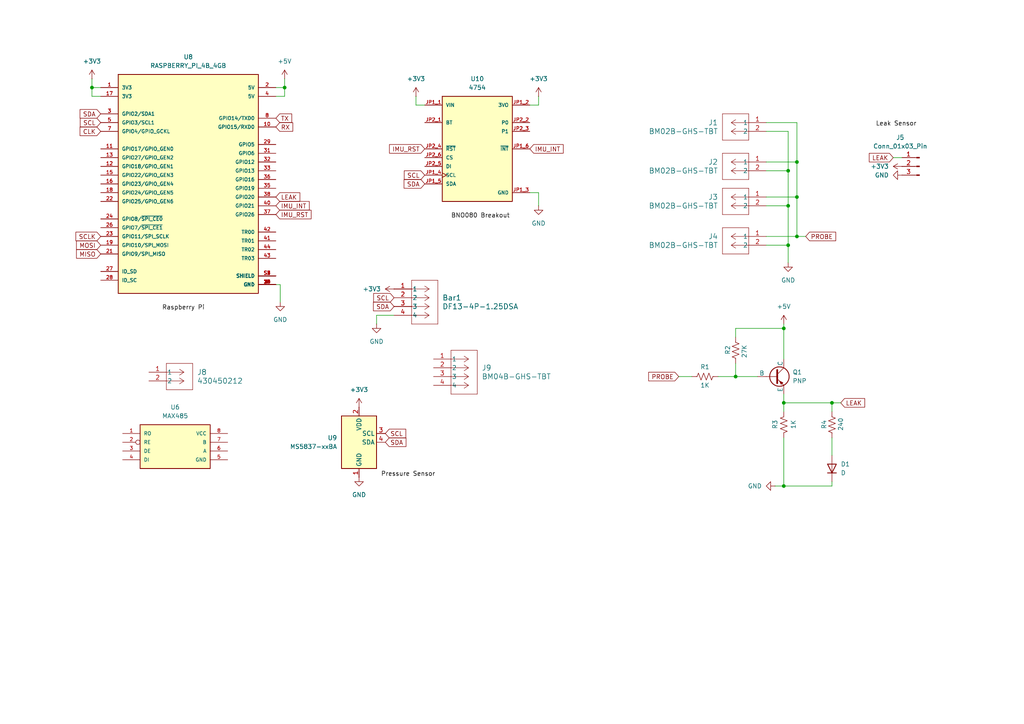
<source format=kicad_sch>
(kicad_sch (version 20231120) (generator "eeschema") (generator_version "8.0")
  (paper "A4")
  (lib_symbols
    (symbol "0430450212:430450212" (pin_names (offset 0.254))
      (property "Reference" "J" (at 8.89 6.35 0))
      (property "Value" "430450212" (at 0 0 0))
      (symbol "430450212_1_1"
        (polyline (pts (xy 5.08 -5.08) (xy 12.7 -5.08)) (stroke (width 0.127)))
        (polyline (pts (xy 5.08 2.54) (xy 5.08 -5.08)) (stroke (width 0.127)))
        (polyline (pts (xy 10.16 -2.54) (xy 5.08 -2.54)) (stroke (width 0.127)))
        (polyline (pts (xy 10.16 -2.54) (xy 8.89 -3.3867)) (stroke (width 0.127)))
        (polyline (pts (xy 10.16 -2.54) (xy 8.89 -1.6933)) (stroke (width 0.127)))
        (polyline (pts (xy 10.16 0) (xy 5.08 0)) (stroke (width 0.127)))
        (polyline (pts (xy 10.16 0) (xy 8.89 -0.8467)) (stroke (width 0.127)))
        (polyline (pts (xy 10.16 0) (xy 8.89 0.8467)) (stroke (width 0.127)))
        (polyline (pts (xy 12.7 -5.08) (xy 12.7 2.54)) (stroke (width 0.127)))
        (polyline (pts (xy 12.7 2.54) (xy 5.08 2.54)) (stroke (width 0.127)))
        (pin unspecified line (at 0 0 0) (length 5.08) (name "1") (number "1"))
        (pin unspecified line (at 0 -2.54 0) (length 5.08) (name "2") (number "2"))
      )
      (symbol "430450212_1_2"
        (polyline (pts (xy 5.08 -5.08) (xy 12.7 -5.08)) (stroke (width 0.127)))
        (polyline (pts (xy 5.08 2.54) (xy 5.08 -5.08)) (stroke (width 0.127)))
        (polyline (pts (xy 7.62 -2.54) (xy 5.08 -2.54)) (stroke (width 0.127)))
        (polyline (pts (xy 7.62 -2.54) (xy 8.89 -3.3867)) (stroke (width 0.127)))
        (polyline (pts (xy 7.62 -2.54) (xy 8.89 -1.6933)) (stroke (width 0.127)))
        (polyline (pts (xy 7.62 0) (xy 5.08 0)) (stroke (width 0.127)))
        (polyline (pts (xy 7.62 0) (xy 8.89 -0.8467)) (stroke (width 0.127)))
        (polyline (pts (xy 7.62 0) (xy 8.89 0.8467)) (stroke (width 0.127)))
        (polyline (pts (xy 12.7 -5.08) (xy 12.7 2.54)) (stroke (width 0.127)))
        (polyline (pts (xy 12.7 2.54) (xy 5.08 2.54)) (stroke (width 0.127)))
        (pin unspecified line (at 0 0 0) (length 5.08) (name "1") (number "1"))
        (pin unspecified line (at 0 -2.54 0) (length 5.08) (name "2") (number "2"))
      )
    )
    (symbol "4754:4754" (pin_names (offset 1.016))
      (property "Reference" "U" (at -10.16 16.002 0))
      (property "Value" "4754" (at -10.16 -17.78 0))
      (symbol "4754_0_0"
        (rectangle (start -10.16 -15.24) (end 10.16 15.24) (stroke (width 0.254)) (fill (type background)))
        (pin input line (at -15.24 12.7 0) (length 5.08) (name "VIN") (number "JP1_1"))
        (pin output line (at 15.24 12.7 180) (length 5.08) (name "3VO") (number "JP1_2"))
        (pin power_in line (at 15.24 -12.7 180) (length 5.08) (name "GND") (number "JP1_3"))
        (pin bidirectional clock (at -15.24 -7.62 0) (length 5.08) (name "SCL") (number "JP1_4"))
        (pin bidirectional line (at -15.24 -10.16 0) (length 5.08) (name "SDA") (number "JP1_5"))
        (pin output line (at 15.24 0 180) (length 5.08) (name "~{INT}") (number "JP1_6"))
        (pin input line (at -15.24 7.62 0) (length 5.08) (name "BT") (number "JP2_1"))
        (pin bidirectional line (at 15.24 7.62 180) (length 5.08) (name "P0") (number "JP2_2"))
        (pin bidirectional line (at 15.24 5.08 180) (length 5.08) (name "P1") (number "JP2_3"))
        (pin input line (at -15.24 0 0) (length 5.08) (name "~{RST}") (number "JP2_4"))
        (pin input line (at -15.24 -5.08 0) (length 5.08) (name "DI") (number "JP2_5"))
        (pin input line (at -15.24 -2.54 0) (length 5.08) (name "CS") (number "JP2_6"))
      )
    )
    (symbol "BM04B_GHS_TBT:BM04B-GHS-TBT" (pin_names (offset 0.254))
      (property "Reference" "J" (at 8.89 6.35 0))
      (property "Value" "BM04B-GHS-TBT" (at 0 0 0))
      (symbol "BM04B-GHS-TBT_1_1"
        (polyline (pts (xy 5.08 -10.16) (xy 12.7 -10.16)) (stroke (width 0.127)))
        (polyline (pts (xy 5.08 2.54) (xy 5.08 -10.16)) (stroke (width 0.127)))
        (polyline (pts (xy 10.16 -7.62) (xy 5.08 -7.62)) (stroke (width 0.127)))
        (polyline (pts (xy 10.16 -7.62) (xy 8.89 -8.4667)) (stroke (width 0.127)))
        (polyline (pts (xy 10.16 -7.62) (xy 8.89 -6.7733)) (stroke (width 0.127)))
        (polyline (pts (xy 10.16 -5.08) (xy 5.08 -5.08)) (stroke (width 0.127)))
        (polyline (pts (xy 10.16 -5.08) (xy 8.89 -5.9267)) (stroke (width 0.127)))
        (polyline (pts (xy 10.16 -5.08) (xy 8.89 -4.2333)) (stroke (width 0.127)))
        (polyline (pts (xy 10.16 -2.54) (xy 5.08 -2.54)) (stroke (width 0.127)))
        (polyline (pts (xy 10.16 -2.54) (xy 8.89 -3.3867)) (stroke (width 0.127)))
        (polyline (pts (xy 10.16 -2.54) (xy 8.89 -1.6933)) (stroke (width 0.127)))
        (polyline (pts (xy 10.16 0) (xy 5.08 0)) (stroke (width 0.127)))
        (polyline (pts (xy 10.16 0) (xy 8.89 -0.8467)) (stroke (width 0.127)))
        (polyline (pts (xy 10.16 0) (xy 8.89 0.8467)) (stroke (width 0.127)))
        (polyline (pts (xy 12.7 -10.16) (xy 12.7 2.54)) (stroke (width 0.127)))
        (polyline (pts (xy 12.7 2.54) (xy 5.08 2.54)) (stroke (width 0.127)))
        (pin unspecified line (at 0 0 0) (length 5.08) (name "1") (number "1"))
        (pin unspecified line (at 0 -2.54 0) (length 5.08) (name "2") (number "2"))
        (pin unspecified line (at 0 -5.08 0) (length 5.08) (name "3") (number "3"))
        (pin unspecified line (at 0 -7.62 0) (length 5.08) (name "4") (number "4"))
      )
      (symbol "BM04B-GHS-TBT_1_2"
        (polyline (pts (xy 5.08 -10.16) (xy 12.7 -10.16)) (stroke (width 0.127)))
        (polyline (pts (xy 5.08 2.54) (xy 5.08 -10.16)) (stroke (width 0.127)))
        (polyline (pts (xy 7.62 -7.62) (xy 5.08 -7.62)) (stroke (width 0.127)))
        (polyline (pts (xy 7.62 -7.62) (xy 8.89 -8.4667)) (stroke (width 0.127)))
        (polyline (pts (xy 7.62 -7.62) (xy 8.89 -6.7733)) (stroke (width 0.127)))
        (polyline (pts (xy 7.62 -5.08) (xy 5.08 -5.08)) (stroke (width 0.127)))
        (polyline (pts (xy 7.62 -5.08) (xy 8.89 -5.9267)) (stroke (width 0.127)))
        (polyline (pts (xy 7.62 -5.08) (xy 8.89 -4.2333)) (stroke (width 0.127)))
        (polyline (pts (xy 7.62 -2.54) (xy 5.08 -2.54)) (stroke (width 0.127)))
        (polyline (pts (xy 7.62 -2.54) (xy 8.89 -3.3867)) (stroke (width 0.127)))
        (polyline (pts (xy 7.62 -2.54) (xy 8.89 -1.6933)) (stroke (width 0.127)))
        (polyline (pts (xy 7.62 0) (xy 5.08 0)) (stroke (width 0.127)))
        (polyline (pts (xy 7.62 0) (xy 8.89 -0.8467)) (stroke (width 0.127)))
        (polyline (pts (xy 7.62 0) (xy 8.89 0.8467)) (stroke (width 0.127)))
        (polyline (pts (xy 12.7 -10.16) (xy 12.7 2.54)) (stroke (width 0.127)))
        (polyline (pts (xy 12.7 2.54) (xy 5.08 2.54)) (stroke (width 0.127)))
        (pin unspecified line (at 0 0 0) (length 5.08) (name "1") (number "1"))
        (pin unspecified line (at 0 -2.54 0) (length 5.08) (name "2") (number "2"))
        (pin unspecified line (at 0 -5.08 0) (length 5.08) (name "3") (number "3"))
        (pin unspecified line (at 0 -7.62 0) (length 5.08) (name "4") (number "4"))
      )
    )
    (symbol "Connector:Conn_01x03_Pin" (pin_names (offset 1.016) hide)
      (property "Reference" "J" (at 0 5.08 0))
      (property "Value" "Conn_01x03_Pin" (at 0 -5.08 0))
      (symbol "Conn_01x03_Pin_1_1"
        (polyline (pts (xy 1.27 -2.54) (xy 0.8636 -2.54)) (stroke (width 0.1524)))
        (polyline (pts (xy 1.27 0) (xy 0.8636 0)) (stroke (width 0.1524)))
        (polyline (pts (xy 1.27 2.54) (xy 0.8636 2.54)) (stroke (width 0.1524)))
        (rectangle (start 0.8636 -2.413) (end 0 -2.667) (stroke (width 0.1524)) (fill (type outline)))
        (rectangle (start 0.8636 0.127) (end 0 -0.127) (stroke (width 0.1524)) (fill (type outline)))
        (rectangle (start 0.8636 2.667) (end 0 2.413) (stroke (width 0.1524)) (fill (type outline)))
        (pin passive line (at 5.08 2.54 180) (length 3.81) (name "Pin_1") (number "1"))
        (pin passive line (at 5.08 0 180) (length 3.81) (name "Pin_2") (number "2"))
        (pin passive line (at 5.08 -2.54 180) (length 3.81) (name "Pin_3") (number "3"))
      )
    )
    (symbol "DF13_4P_1_25DSA:DF13-4P-1.25DSA" (pin_names (offset 0.254))
      (property "Reference" "J" (at 8.89 6.35 0))
      (property "Value" "DF13-4P-1.25DSA" (at 0 0 0))
      (symbol "DF13-4P-1.25DSA_0_1"
        (polyline (pts (xy 5.08 -10.16) (xy 12.7 -10.16)) (stroke (width 0.127)))
        (polyline (pts (xy 5.08 2.54) (xy 5.08 -10.16)) (stroke (width 0.127)))
        (polyline (pts (xy 10.16 -7.62) (xy 5.08 -7.62)) (stroke (width 0.127)))
        (polyline (pts (xy 10.16 -7.62) (xy 8.89 -8.4667)) (stroke (width 0.127)))
        (polyline (pts (xy 10.16 -7.62) (xy 8.89 -6.7733)) (stroke (width 0.127)))
        (polyline (pts (xy 10.16 -5.08) (xy 5.08 -5.08)) (stroke (width 0.127)))
        (polyline (pts (xy 10.16 -5.08) (xy 8.89 -5.9267)) (stroke (width 0.127)))
        (polyline (pts (xy 10.16 -5.08) (xy 8.89 -4.2333)) (stroke (width 0.127)))
        (polyline (pts (xy 10.16 -2.54) (xy 5.08 -2.54)) (stroke (width 0.127)))
        (polyline (pts (xy 10.16 -2.54) (xy 8.89 -3.3867)) (stroke (width 0.127)))
        (polyline (pts (xy 10.16 -2.54) (xy 8.89 -1.6933)) (stroke (width 0.127)))
        (polyline (pts (xy 10.16 0) (xy 5.08 0)) (stroke (width 0.127)))
        (polyline (pts (xy 10.16 0) (xy 8.89 -0.8467)) (stroke (width 0.127)))
        (polyline (pts (xy 10.16 0) (xy 8.89 0.8467)) (stroke (width 0.127)))
        (polyline (pts (xy 12.7 -10.16) (xy 12.7 2.54)) (stroke (width 0.127)))
        (polyline (pts (xy 12.7 2.54) (xy 5.08 2.54)) (stroke (width 0.127)))
        (pin unspecified line (at 0 0 0) (length 5.08) (name "1") (number "1"))
        (pin unspecified line (at 0 -2.54 0) (length 5.08) (name "2") (number "2"))
        (pin unspecified line (at 0 -5.08 0) (length 5.08) (name "3") (number "3"))
        (pin unspecified line (at 0 -7.62 0) (length 5.08) (name "4") (number "4"))
      )
    )
    (symbol "Device:D" (pin_numbers hide) (pin_names (offset 1.016) hide)
      (property "Reference" "D" (at 0 2.54 0))
      (property "Value" "D" (at 0 -2.54 0))
      (symbol "D_0_1"
        (polyline (pts (xy -1.27 1.27) (xy -1.27 -1.27)) (stroke (width 0.254)))
        (polyline (pts (xy 1.27 0) (xy -1.27 0)))
        (polyline (pts (xy 1.27 1.27) (xy 1.27 -1.27) (xy -1.27 0) (xy 1.27 1.27)) (stroke (width 0.254)))
      )
      (symbol "D_1_1"
        (pin passive line (at -3.81 0 0) (length 2.54) (name "K") (number "1"))
        (pin passive line (at 3.81 0 180) (length 2.54) (name "A") (number "2"))
      )
    )
    (symbol "Device:R_US" (pin_numbers hide) (pin_names (offset 0))
      (property "Reference" "R" (at 2.54 0 90))
      (property "Value" "R_US" (at -2.54 0 90))
      (symbol "R_US_0_1"
        (polyline (pts (xy 0 -2.286) (xy 0 -2.54)))
        (polyline (pts (xy 0 2.286) (xy 0 2.54)))
        (polyline (pts (xy 0 -0.762) (xy 1.016 -1.143) (xy 0 -1.524) (xy -1.016 -1.905) (xy 0 -2.286)))
        (polyline (pts (xy 0 0.762) (xy 1.016 0.381) (xy 0 0) (xy -1.016 -0.381) (xy 0 -0.762)))
        (polyline (pts (xy 0 2.286) (xy 1.016 1.905) (xy 0 1.524) (xy -1.016 1.143) (xy 0 0.762)))
      )
      (symbol "R_US_1_1"
        (pin passive line (at 0 3.81 270) (length 1.27) (name "~") (number "1"))
        (pin passive line (at 0 -3.81 90) (length 1.27) (name "~") (number "2"))
      )
    )
    (symbol "MAX485:MAX485" (pin_names (offset 1.016))
      (property "Reference" "U" (at -10.1786 7.634 0))
      (property "Value" "MAX485" (at -10.1702 -7.6276 0))
      (symbol "MAX485_0_0"
        (rectangle (start -10.16 -5.08) (end 10.16 7.62) (stroke (width 0.254)) (fill (type background)))
        (pin bidirectional line (at -15.24 5.08 0) (length 5.08) (name "RO") (number "1"))
        (pin bidirectional inverted (at -15.24 2.54 0) (length 5.08) (name "RE") (number "2"))
        (pin bidirectional line (at -15.24 0 0) (length 5.08) (name "DE") (number "3"))
        (pin bidirectional line (at -15.24 -2.54 0) (length 5.08) (name "DI") (number "4"))
        (pin bidirectional line (at 15.24 -2.54 180) (length 5.08) (name "GND") (number "5"))
        (pin bidirectional line (at 15.24 0 180) (length 5.08) (name "A") (number "6"))
        (pin bidirectional line (at 15.24 2.54 180) (length 5.08) (name "B") (number "7"))
        (pin bidirectional line (at 15.24 5.08 180) (length 5.08) (name "VCC") (number "8"))
      )
    )
    (symbol "RASPBERRY_PI_4B_4GB:RASPBERRY_PI_4B_4GB" (pin_names (offset 1.016))
      (property "Reference" "U" (at -20.32 33.528 0))
      (property "Value" "RASPBERRY_PI_4B_4GB" (at -20.32 -33.02 0))
      (symbol "RASPBERRY_PI_4B_4GB_0_0"
        (rectangle (start -20.32 33.02) (end 20.32 -30.48) (stroke (width 0.254)) (fill (type background)))
        (pin power_in line (at -25.4 29.21 0) (length 5.08) (name "3V3") (number "1"))
        (pin bidirectional line (at 25.4 17.78 180) (length 5.08) (name "GPIO15/RXD0") (number "10"))
        (pin bidirectional line (at -25.4 11.43 0) (length 5.08) (name "GPIO17/GPIO_GEN0") (number "11"))
        (pin bidirectional line (at -25.4 6.35 0) (length 5.08) (name "GPIO18/GPIO_GEN1") (number "12"))
        (pin bidirectional line (at -25.4 8.89 0) (length 5.08) (name "GPIO27/GPIO_GEN2") (number "13"))
        (pin power_in line (at 25.4 -27.94 180) (length 5.08) (name "GND") (number "14"))
        (pin bidirectional line (at -25.4 3.81 0) (length 5.08) (name "GPIO22/GPIO_GEN3") (number "15"))
        (pin bidirectional line (at -25.4 1.27 0) (length 5.08) (name "GPIO23/GPIO_GEN4") (number "16"))
        (pin power_in line (at -25.4 26.67 0) (length 5.08) (name "3V3") (number "17"))
        (pin bidirectional line (at -25.4 -1.27 0) (length 5.08) (name "GPIO24/GPIO_GEN5") (number "18"))
        (pin bidirectional line (at -25.4 -16.51 0) (length 5.08) (name "GPIO10/SPI_MOSI") (number "19"))
        (pin power_in line (at 25.4 29.21 180) (length 5.08) (name "5V") (number "2"))
        (pin power_in line (at 25.4 -27.94 180) (length 5.08) (name "GND") (number "20"))
        (pin bidirectional line (at -25.4 -19.05 0) (length 5.08) (name "GPIO9/SPI_MISO") (number "21"))
        (pin bidirectional line (at -25.4 -3.81 0) (length 5.08) (name "GPIO25/GPIO_GEN6") (number "22"))
        (pin bidirectional line (at -25.4 -13.97 0) (length 5.08) (name "GPIO11/SPI_SCLK") (number "23"))
        (pin bidirectional line (at -25.4 -8.89 0) (length 5.08) (name "GPIO8/~{SPI_CE0}") (number "24"))
        (pin power_in line (at 25.4 -27.94 180) (length 5.08) (name "GND") (number "25"))
        (pin bidirectional line (at -25.4 -11.43 0) (length 5.08) (name "GPIO7/~{SPI_CE1}") (number "26"))
        (pin bidirectional line (at -25.4 -24.13 0) (length 5.08) (name "ID_SD") (number "27"))
        (pin bidirectional line (at -25.4 -26.67 0) (length 5.08) (name "ID_SC") (number "28"))
        (pin bidirectional line (at 25.4 12.7 180) (length 5.08) (name "GPIO5") (number "29"))
        (pin bidirectional line (at -25.4 21.59 0) (length 5.08) (name "GPIO2/SDA1") (number "3"))
        (pin power_in line (at 25.4 -27.94 180) (length 5.08) (name "GND") (number "30"))
        (pin bidirectional line (at 25.4 10.16 180) (length 5.08) (name "GPIO6") (number "31"))
        (pin bidirectional line (at 25.4 7.62 180) (length 5.08) (name "GPIO12") (number "32"))
        (pin bidirectional line (at 25.4 5.08 180) (length 5.08) (name "GPIO13") (number "33"))
        (pin power_in line (at 25.4 -27.94 180) (length 5.08) (name "GND") (number "34"))
        (pin bidirectional line (at 25.4 0 180) (length 5.08) (name "GPIO19") (number "35"))
        (pin bidirectional line (at 25.4 2.54 180) (length 5.08) (name "GPIO16") (number "36"))
        (pin bidirectional line (at 25.4 -7.62 180) (length 5.08) (name "GPIO26") (number "37"))
        (pin bidirectional line (at 25.4 -2.54 180) (length 5.08) (name "GPIO20") (number "38"))
        (pin power_in line (at 25.4 -27.94 180) (length 5.08) (name "GND") (number "39"))
        (pin power_in line (at 25.4 26.67 180) (length 5.08) (name "5V") (number "4"))
        (pin bidirectional line (at 25.4 -5.08 180) (length 5.08) (name "GPIO21") (number "40"))
        (pin bidirectional line (at 25.4 -15.24 180) (length 5.08) (name "TR01") (number "41"))
        (pin bidirectional line (at 25.4 -12.7 180) (length 5.08) (name "TR00") (number "42"))
        (pin bidirectional line (at 25.4 -20.32 180) (length 5.08) (name "TR03") (number "43"))
        (pin bidirectional line (at 25.4 -17.78 180) (length 5.08) (name "TR02") (number "44"))
        (pin bidirectional line (at -25.4 19.05 0) (length 5.08) (name "GPIO3/SCL1") (number "5"))
        (pin power_in line (at 25.4 -27.94 180) (length 5.08) (name "GND") (number "6"))
        (pin bidirectional line (at -25.4 16.51 0) (length 5.08) (name "GPIO4/GPIO_GCKL") (number "7"))
        (pin bidirectional line (at 25.4 20.32 180) (length 5.08) (name "GPIO14/TXD0") (number "8"))
        (pin power_in line (at 25.4 -27.94 180) (length 5.08) (name "GND") (number "9"))
        (pin power_in line (at 25.4 -25.4 180) (length 5.08) (name "SHIELD") (number "S1"))
        (pin power_in line (at 25.4 -25.4 180) (length 5.08) (name "SHIELD") (number "S2"))
        (pin power_in line (at 25.4 -25.4 180) (length 5.08) (name "SHIELD") (number "S3"))
        (pin power_in line (at 25.4 -25.4 180) (length 5.08) (name "SHIELD") (number "S4"))
      )
    )
    (symbol "Sensor_Pressure:MS5837-xxBA"
      (property "Reference" "U" (at 1.27 11.43 0))
      (property "Value" "MS5837-xxBA" (at 1.27 8.89 0))
      (symbol "MS5837-xxBA_0_1"
        (rectangle (start -5.08 7.62) (end 5.08 -7.62) (stroke (width 0.254)) (fill (type background)))
      )
      (symbol "MS5837-xxBA_1_1"
        (pin power_in line (at 0 -10.16 90) (length 2.54) (name "GND") (number "1"))
        (pin power_in line (at 0 10.16 270) (length 2.54) (name "VDD") (number "2"))
        (pin passive line (at 7.62 2.54 180) (length 2.54) (name "SCL") (number "3"))
        (pin bidirectional line (at 7.62 0 180) (length 2.54) (name "SDA") (number "4"))
      )
    )
    (symbol "Simulation_SPICE:PNP" (pin_numbers hide) (pin_names (offset 0))
      (property "Reference" "Q" (at -2.54 7.62 0))
      (property "Value" "PNP" (at -2.54 5.08 0))
      (symbol "PNP_0_1"
        (polyline (pts (xy -2.54 0) (xy 0.635 0)) (stroke (width 0.1524)))
        (polyline (pts (xy 0.635 0.635) (xy 2.54 2.54)))
        (polyline (pts (xy 0.635 -0.635) (xy 2.54 -2.54) (xy 2.54 -2.54)))
        (polyline (pts (xy 0.635 1.905) (xy 0.635 -1.905) (xy 0.635 -1.905)) (stroke (width 0.508)))
        (polyline (pts (xy 2.286 -1.778) (xy 1.778 -2.286) (xy 1.27 -1.27) (xy 2.286 -1.778) (xy 2.286 -1.778)) (fill (type outline)))
        (circle (center 1.27 0) (radius 2.8194) (stroke (width 0.254)))
      )
      (symbol "PNP_1_1"
        (pin open_collector line (at 2.54 5.08 270) (length 2.54) (name "C") (number "1"))
        (pin input line (at -5.08 0 0) (length 2.54) (name "B") (number "2"))
        (pin open_emitter line (at 2.54 -5.08 90) (length 2.54) (name "E") (number "3"))
      )
    )
    (symbol "leak_probe_connector:BM02B-GHS-TBT" (pin_names (offset 0.254))
      (property "Reference" "J" (at 8.89 6.35 0))
      (property "Value" "BM02B-GHS-TBT" (at 0 0 0))
      (symbol "BM02B-GHS-TBT_1_1"
        (polyline (pts (xy 5.08 -5.08) (xy 12.7 -5.08)) (stroke (width 0.127)))
        (polyline (pts (xy 5.08 2.54) (xy 5.08 -5.08)) (stroke (width 0.127)))
        (polyline (pts (xy 10.16 -2.54) (xy 5.08 -2.54)) (stroke (width 0.127)))
        (polyline (pts (xy 10.16 -2.54) (xy 8.89 -3.3867)) (stroke (width 0.127)))
        (polyline (pts (xy 10.16 -2.54) (xy 8.89 -1.6933)) (stroke (width 0.127)))
        (polyline (pts (xy 10.16 0) (xy 5.08 0)) (stroke (width 0.127)))
        (polyline (pts (xy 10.16 0) (xy 8.89 -0.8467)) (stroke (width 0.127)))
        (polyline (pts (xy 10.16 0) (xy 8.89 0.8467)) (stroke (width 0.127)))
        (polyline (pts (xy 12.7 -5.08) (xy 12.7 2.54)) (stroke (width 0.127)))
        (polyline (pts (xy 12.7 2.54) (xy 5.08 2.54)) (stroke (width 0.127)))
        (pin unspecified line (at 0 0 0) (length 5.08) (name "1") (number "1"))
        (pin unspecified line (at 0 -2.54 0) (length 5.08) (name "2") (number "2"))
      )
      (symbol "BM02B-GHS-TBT_1_2"
        (polyline (pts (xy 5.08 -5.08) (xy 12.7 -5.08)) (stroke (width 0.127)))
        (polyline (pts (xy 5.08 2.54) (xy 5.08 -5.08)) (stroke (width 0.127)))
        (polyline (pts (xy 7.62 -2.54) (xy 5.08 -2.54)) (stroke (width 0.127)))
        (polyline (pts (xy 7.62 -2.54) (xy 8.89 -3.3867)) (stroke (width 0.127)))
        (polyline (pts (xy 7.62 -2.54) (xy 8.89 -1.6933)) (stroke (width 0.127)))
        (polyline (pts (xy 7.62 0) (xy 5.08 0)) (stroke (width 0.127)))
        (polyline (pts (xy 7.62 0) (xy 8.89 -0.8467)) (stroke (width 0.127)))
        (polyline (pts (xy 7.62 0) (xy 8.89 0.8467)) (stroke (width 0.127)))
        (polyline (pts (xy 12.7 -5.08) (xy 12.7 2.54)) (stroke (width 0.127)))
        (polyline (pts (xy 12.7 2.54) (xy 5.08 2.54)) (stroke (width 0.127)))
        (pin unspecified line (at 0 0 0) (length 5.08) (name "1") (number "1"))
        (pin unspecified line (at 0 -2.54 0) (length 5.08) (name "2") (number "2"))
      )
    )
    (symbol "power:+3V3" (power) (pin_numbers hide) (pin_names (offset 0) hide)
      (property "Value" "+3V3" (at 0 3.556 0))
      (symbol "+3V3_0_1"
        (polyline (pts (xy -0.762 1.27) (xy 0 2.54)))
        (polyline (pts (xy 0 0) (xy 0 2.54)))
        (polyline (pts (xy 0 2.54) (xy 0.762 1.27)))
      )
      (symbol "+3V3_1_1"
        (pin power_in line (at 0 0 90) (length 0) (name "~") (number "1"))
      )
    )
    (symbol "power:+5V" (power) (pin_numbers hide) (pin_names (offset 0) hide)
      (property "Value" "+5V" (at 0 3.556 0))
      (symbol "+5V_0_1"
        (polyline (pts (xy -0.762 1.27) (xy 0 2.54)))
        (polyline (pts (xy 0 0) (xy 0 2.54)))
        (polyline (pts (xy 0 2.54) (xy 0.762 1.27)))
      )
      (symbol "+5V_1_1"
        (pin power_in line (at 0 0 90) (length 0) (name "~") (number "1"))
      )
    )
    (symbol "power:GND" (power) (pin_numbers hide) (pin_names (offset 0) hide)
      (property "Value" "GND" (at 0 -3.81 0))
      (symbol "GND_0_1"
        (polyline (pts (xy 0 0) (xy 0 -1.27) (xy 1.27 -1.27) (xy 0 -2.54) (xy -1.27 -1.27) (xy 0 -1.27)))
      )
      (symbol "GND_1_1"
        (pin power_in line (at 0 0 270) (length 0) (name "~") (number "1"))
      )
    )
  )
  (junction (at 231.14 57.15))
  (junction (at 231.14 46.99))
  (junction (at 228.6 59.69))
  (junction (at 228.6 71.12))
  (junction (at 241.3 116.84))
  (junction (at 82.55 25.4))
  (junction (at 227.33 140.97))
  (junction (at 231.14 68.58))
  (junction (at 227.33 95.25))
  (junction (at 213.36 109.22))
  (junction (at 227.33 116.84))
  (junction (at 228.6 49.53))
  (junction (at 26.67 25.4))
  (wire (pts (xy 222.25 71.12) (xy 228.6 71.12)))
  (wire (pts (xy 222.25 57.15) (xy 231.14 57.15)))
  (wire (pts (xy 156.21 55.88) (xy 156.21 59.69)))
  (wire (pts (xy 213.36 97.79) (xy 213.36 95.25)))
  (wire (pts (xy 222.25 68.58) (xy 231.14 68.58)))
  (wire (pts (xy 196.85 109.22) (xy 200.66 109.22)))
  (wire (pts (xy 26.67 27.94) (xy 29.21 27.94)))
  (wire (pts (xy 241.3 139.7) (xy 241.3 140.97)))
  (wire (pts (xy 228.6 49.53) (xy 228.6 59.69)))
  (wire (pts (xy 231.14 68.58) (xy 233.68 68.58)))
  (wire (pts (xy 228.6 38.1) (xy 228.6 49.53)))
  (wire (pts (xy 227.33 114.3) (xy 227.33 116.84)))
  (wire (pts (xy 227.33 140.97) (xy 241.3 140.97)))
  (wire (pts (xy 82.55 25.4) (xy 82.55 22.86)))
  (wire (pts (xy 82.55 25.4) (xy 82.55 27.94)))
  (wire (pts (xy 227.33 93.98) (xy 227.33 95.25)))
  (wire (pts (xy 231.14 35.56) (xy 231.14 46.99)))
  (wire (pts (xy 227.33 95.25) (xy 227.33 104.14)))
  (wire (pts (xy 26.67 25.4) (xy 29.21 25.4)))
  (wire (pts (xy 222.25 46.99) (xy 231.14 46.99)))
  (wire (pts (xy 153.67 55.88) (xy 156.21 55.88)))
  (wire (pts (xy 241.3 116.84) (xy 243.84 116.84)))
  (wire (pts (xy 109.22 91.44) (xy 114.3 91.44)))
  (wire (pts (xy 222.25 35.56) (xy 231.14 35.56)))
  (wire (pts (xy 241.3 127) (xy 241.3 132.08)))
  (wire (pts (xy 222.25 38.1) (xy 228.6 38.1)))
  (wire (pts (xy 227.33 116.84) (xy 227.33 119.38)))
  (wire (pts (xy 222.25 59.69) (xy 228.6 59.69)))
  (wire (pts (xy 224.79 140.97) (xy 227.33 140.97)))
  (wire (pts (xy 26.67 22.86) (xy 26.67 25.4)))
  (wire (pts (xy 213.36 109.22) (xy 213.36 105.41)))
  (wire (pts (xy 81.28 82.55) (xy 81.28 87.63)))
  (wire (pts (xy 241.3 116.84) (xy 241.3 119.38)))
  (wire (pts (xy 26.67 25.4) (xy 26.67 27.94)))
  (wire (pts (xy 80.01 25.4) (xy 82.55 25.4)))
  (wire (pts (xy 120.65 27.94) (xy 120.65 30.48)))
  (wire (pts (xy 156.21 27.94) (xy 156.21 30.48)))
  (wire (pts (xy 82.55 27.94) (xy 80.01 27.94)))
  (wire (pts (xy 156.21 30.48) (xy 153.67 30.48)))
  (wire (pts (xy 227.33 127) (xy 227.33 140.97)))
  (wire (pts (xy 208.28 109.22) (xy 213.36 109.22)))
  (wire (pts (xy 222.25 49.53) (xy 228.6 49.53)))
  (wire (pts (xy 80.01 82.55) (xy 81.28 82.55)))
  (wire (pts (xy 109.22 93.98) (xy 109.22 91.44)))
  (wire (pts (xy 120.65 30.48) (xy 123.19 30.48)))
  (wire (pts (xy 227.33 116.84) (xy 241.3 116.84)))
  (wire (pts (xy 228.6 59.69) (xy 228.6 71.12)))
  (wire (pts (xy 259.08 45.72) (xy 261.62 45.72)))
  (wire (pts (xy 228.6 71.12) (xy 228.6 76.2)))
  (wire (pts (xy 213.36 95.25) (xy 227.33 95.25)))
  (wire (pts (xy 231.14 57.15) (xy 231.14 68.58)))
  (wire (pts (xy 231.14 46.99) (xy 231.14 57.15)))
  (wire (pts (xy 213.36 109.22) (xy 219.71 109.22)))
  (label "Leak Sensor" (at 254 36.83 0))
  (label "Pressure Sensor" (at 110.49 138.43 0))
  (label "BNO080 Breakout" (at 130.81 63.5 0))
  (label "Raspberry Pi" (at 46.99 90.17 0))
  (global_label "SCLK" (shape input) (at 29.21 68.58 180) (property "Intersheetrefs" "${INTERSHEET_REFS}" (effects (hide yes))))
  (global_label "LEAK" (shape input) (at 80.01 57.15 0) (property "Intersheetrefs" "${INTERSHEET_REFS}" (effects (hide yes))))
  (global_label "PROBE" (shape input) (at 196.85 109.22 180) (property "Intersheetrefs" "${INTERSHEET_REFS}" (effects (hide yes))))
  (global_label "MISO" (shape input) (at 29.21 73.66 180) (property "Intersheetrefs" "${INTERSHEET_REFS}" (effects (hide yes))))
  (global_label "SCL" (shape input) (at 114.3 86.36 180) (property "Intersheetrefs" "${INTERSHEET_REFS}" (effects (hide yes))))
  (global_label "IMU_RST" (shape input) (at 80.01 62.23 0) (property "Intersheetrefs" "${INTERSHEET_REFS}" (effects (hide yes))))
  (global_label "IMU_INT" (shape input) (at 153.67 43.18 0) (property "Intersheetrefs" "${INTERSHEET_REFS}" (effects (hide yes))))
  (global_label "SDA" (shape input) (at 29.21 33.02 180) (property "Intersheetrefs" "${INTERSHEET_REFS}" (effects (hide yes))))
  (global_label "SCL" (shape input) (at 123.19 50.8 180) (property "Intersheetrefs" "${INTERSHEET_REFS}" (effects (hide yes))))
  (global_label "SCL" (shape input) (at 111.76 125.73 0) (property "Intersheetrefs" "${INTERSHEET_REFS}" (effects (hide yes))))
  (global_label "SDA" (shape input) (at 123.19 53.34 180) (property "Intersheetrefs" "${INTERSHEET_REFS}" (effects (hide yes))))
  (global_label "MOSI" (shape input) (at 29.21 71.12 180) (property "Intersheetrefs" "${INTERSHEET_REFS}" (effects (hide yes))))
  (global_label "IMU_RST" (shape input) (at 123.19 43.18 180) (property "Intersheetrefs" "${INTERSHEET_REFS}" (effects (hide yes))))
  (global_label "SDA" (shape input) (at 114.3 88.9 180) (property "Intersheetrefs" "${INTERSHEET_REFS}" (effects (hide yes))))
  (global_label "LEAK" (shape input) (at 259.08 45.72 180) (property "Intersheetrefs" "${INTERSHEET_REFS}" (effects (hide yes))))
  (global_label "LEAK" (shape input) (at 243.84 116.84 0) (property "Intersheetrefs" "${INTERSHEET_REFS}" (effects (hide yes))))
  (global_label "SDA" (shape input) (at 111.76 128.27 0) (property "Intersheetrefs" "${INTERSHEET_REFS}" (effects (hide yes))))
  (global_label "PROBE" (shape input) (at 233.68 68.58 0) (property "Intersheetrefs" "${INTERSHEET_REFS}" (effects (hide yes))))
  (global_label "IMU_INT" (shape input) (at 80.01 59.69 0) (property "Intersheetrefs" "${INTERSHEET_REFS}" (effects (hide yes))))
  (global_label "CLK" (shape input) (at 29.21 38.1 180) (property "Intersheetrefs" "${INTERSHEET_REFS}" (effects (hide yes))))
  (global_label "TX" (shape input) (at 80.01 34.29 0) (property "Intersheetrefs" "${INTERSHEET_REFS}" (effects (hide yes))))
  (global_label "SCL" (shape input) (at 29.21 35.56 180) (property "Intersheetrefs" "${INTERSHEET_REFS}" (effects (hide yes))))
  (global_label "RX" (shape input) (at 80.01 36.83 0) (property "Intersheetrefs" "${INTERSHEET_REFS}" (effects (hide yes))))
  (symbol (lib_id "power:GND") (at 81.28 87.63 0) (unit 1)
    (property "Reference" "#PWR013" (effects (hide yes)))
    (property "Value" "GND" (at 81.28 92.71 0))
    (property "Description" "Power symbol creates a global label with name \"GND\" , ground" (effects (hide yes)))
  )
  (symbol (lib_id "power:GND") (at 109.22 93.98 0) (unit 1)
    (property "Reference" "#PWR029" (effects (hide yes)))
    (property "Value" "GND" (at 109.22 99.06 0))
    (property "Description" "Power symbol creates a global label with name \"GND\" , ground" (effects (hide yes)))
  )
  (symbol (lib_id "Device:R_US") (at 227.33 123.19 0) (mirror x) (unit 1)
    (property "Reference" "R3" (at 224.79 124.46 90) (effects (justify right)))
    (property "Value" "1K" (at 230.124 124.46 90) (effects (justify right)))
    (property "Description" "Resistor, US symbol" (effects (hide yes)))
  )
  (symbol (lib_id "power:+5V") (at 227.33 93.98 0) (unit 1)
    (property "Reference" "#PWR02" (effects (hide yes)))
    (property "Value" "+5V" (at 227.33 88.9 0))
    (property "Description" "Power symbol creates a global label with name \"+5V\"" (effects (hide yes)))
  )
  (symbol (lib_id "leak_probe_connector:BM02B-GHS-TBT") (at 222.25 68.58 0) (mirror y) (unit 1)
    (property "Reference" "J4" (at 208.28 68.5799 0) (effects (font (size 1.524 1.524)) (justify left)))
    (property "Value" "BM02B-GHS-TBT" (at 208.28 71.1199 0) (effects (font (size 1.524 1.524)) (justify left)))
    (property "Footprint" "CONN_BM02B-GHS-TBT_JST" (effects (hide yes)))
    (property "Datasheet" "BM02B-GHS-TBT" (effects (hide yes)))
  )
  (symbol (lib_id "power:+3V3") (at 120.65 27.94 0) (unit 1)
    (property "Reference" "#PWR031" (effects (hide yes)))
    (property "Value" "+3V3" (at 120.65 22.86 0))
    (property "Description" "Power symbol creates a global label with name \"+3V3\"" (effects (hide yes)))
  )
  (symbol (lib_id "MAX485:MAX485") (at 50.8 130.81 0) (unit 1)
    (property "Reference" "U6" (at 50.8 118.11 0))
    (property "Value" "MAX485" (at 50.8 120.65 0))
    (property "MF" "Analog Devices" (effects (hide yes)))
    (property "Description_1" "\n1/1 Transceiver Half RS422, RS485 8-uMAX-EP|8-uSOP-EP\n" (effects (hide yes)))
    (property "Package" "None" (effects (hide yes)))
    (property "Price" "None" (effects (hide yes)))
    (property "SnapEDA_Link" "https://www.snapeda.com/parts/MAX485/Analog+Devices/view-part/?ref=snap" (effects (hide yes)))
    (property "MP" "MAX485" (effects (hide yes)))
    (property "Availability" "In Stock" (effects (hide yes)))
    (property "Check_prices" "https://www.snapeda.com/parts/MAX485/Analog+Devices/view-part/?ref=eda" (effects (hide yes)))
  )
  (symbol (lib_id "Device:R_US") (at 213.36 101.6 180) (unit 1)
    (property "Reference" "R2" (at 211.074 102.87 90) (effects (justify right)))
    (property "Value" "27K" (at 215.9 103.886 90) (effects (justify right)))
    (property "Description" "Resistor, US symbol" (effects (hide yes)))
  )
  (symbol (lib_id "power:+3V3") (at 261.62 48.26 90) (unit 1)
    (property "Reference" "#PWR07" (effects (hide yes)))
    (property "Value" "+3V3" (at 257.81 48.2599 90) (effects (justify left)))
    (property "Description" "Power symbol creates a global label with name \"+3V3\"" (effects (hide yes)))
  )
  (symbol (lib_id "power:+3V3") (at 114.3 83.82 90) (unit 1)
    (property "Reference" "#PWR030" (effects (hide yes)))
    (property "Value" "+3V3" (at 110.49 83.8199 90) (effects (justify left)))
    (property "Description" "Power symbol creates a global label with name \"+3V3\"" (effects (hide yes)))
  )
  (symbol (lib_id "Sensor_Pressure:MS5837-xxBA") (at 104.14 128.27 0) (unit 1)
    (property "Reference" "U9" (at 97.79 126.9999 0) (effects (justify right)))
    (property "Value" "MS5837-xxBA" (at 97.79 129.5399 0) (effects (justify right)))
    (property "Footprint" "Sensor_Pressure:TE_MS5837-xxBA" (effects (hide yes)))
    (property "Datasheet" "https://www.te.com/commerce/DocumentDelivery/DDEController?Action=showdoc&DocId=Data+Sheet%7FMS5837-30BA%7FB1%7Fpdf%7FEnglish%7FENG_DS_MS5837-30BA_B1.pdf%7FCAT-BLPS0017" (effects (hide yes)))
    (property "Description" "Ultra-small, gel-filled, pressure sensor with stainless steel cap" (effects (hide yes)))
  )
  (symbol (lib_id "leak_probe_connector:BM02B-GHS-TBT") (at 222.25 46.99 0) (mirror y) (unit 1)
    (property "Reference" "J2" (at 208.28 46.9899 0) (effects (font (size 1.524 1.524)) (justify left)))
    (property "Value" "BM02B-GHS-TBT" (at 208.28 49.5299 0) (effects (font (size 1.524 1.524)) (justify left)))
    (property "Footprint" "CONN_BM02B-GHS-TBT_JST" (effects (hide yes)))
    (property "Datasheet" "BM02B-GHS-TBT" (effects (hide yes)))
  )
  (symbol (lib_id "power:+3V3") (at 104.14 118.11 0) (unit 1)
    (property "Reference" "#PWR027" (effects (hide yes)))
    (property "Value" "+3V3" (at 104.14 113.03 0))
    (property "Description" "Power symbol creates a global label with name \"+3V3\"" (effects (hide yes)))
  )
  (symbol (lib_id "0430450212:430450212") (at 43.18 107.95 0) (unit 1)
    (property "Reference" "J8" (at 57.15 107.9499 0) (effects (font (size 1.524 1.524)) (justify left)))
    (property "Value" "430450212" (at 57.15 110.4899 0) (effects (font (size 1.524 1.524)) (justify left)))
    (property "Datasheet" "430450212" (effects (hide yes)))
  )
  (symbol (lib_id "leak_probe_connector:BM02B-GHS-TBT") (at 222.25 57.15 0) (mirror y) (unit 1)
    (property "Reference" "J3" (at 208.28 57.1499 0) (effects (font (size 1.524 1.524)) (justify left)))
    (property "Value" "BM02B-GHS-TBT" (at 208.28 59.6899 0) (effects (font (size 1.524 1.524)) (justify left)))
    (property "Footprint" "CONN_BM02B-GHS-TBT_JST" (effects (hide yes)))
    (property "Datasheet" "BM02B-GHS-TBT" (effects (hide yes)))
  )
  (symbol (lib_id "leak_probe_connector:BM02B-GHS-TBT") (at 222.25 35.56 0) (mirror y) (unit 1)
    (property "Reference" "J1" (at 208.28 35.5599 0) (effects (font (size 1.524 1.524)) (justify left)))
    (property "Value" "BM02B-GHS-TBT" (at 208.28 38.0999 0) (effects (font (size 1.524 1.524)) (justify left)))
    (property "Footprint" "CONN_BM02B-GHS-TBT_JST" (effects (hide yes)))
    (property "Datasheet" "BM02B-GHS-TBT" (effects (hide yes)))
  )
  (symbol (lib_id "power:GND") (at 228.6 76.2 0) (mirror y) (unit 1)
    (property "Reference" "#PWR03" (effects (hide yes)))
    (property "Value" "GND" (at 228.6 81.28 0))
    (property "Description" "Power symbol creates a global label with name \"GND\" , ground" (effects (hide yes)))
  )
  (symbol (lib_id "power:+3V3") (at 156.21 27.94 0) (unit 1)
    (property "Reference" "#PWR032" (effects (hide yes)))
    (property "Value" "+3V3" (at 156.21 22.86 0))
    (property "Description" "Power symbol creates a global label with name \"+3V3\"" (effects (hide yes)))
  )
  (symbol (lib_id "Connector:Conn_01x03_Pin") (at 266.7 48.26 0) (mirror y) (unit 1)
    (property "Reference" "J5" (at 261.112 39.878 0))
    (property "Value" "Conn_01x03_Pin" (at 261.112 42.418 0))
    (property "Footprint" "Connector_PinHeader_2.54mm:PinHeader_1x03_P2.54mm_Vertical" (effects (hide yes)))
    (property "Description" "Generic connector, single row, 01x03, script generated" (effects (hide yes)))
  )
  (symbol (lib_id "Device:R_US") (at 241.3 123.19 0) (unit 1)
    (property "Reference" "R4" (at 239.014 124.46 90) (effects (justify left)))
    (property "Value" "240" (at 243.84 124.968 90) (effects (justify left)))
    (property "Description" "Resistor, US symbol" (effects (hide yes)))
  )
  (symbol (lib_id "power:+5V") (at 82.55 22.86 0) (unit 1)
    (property "Reference" "#PWR026" (effects (hide yes)))
    (property "Value" "+5V" (at 82.55 17.78 0))
    (property "Description" "Power symbol creates a global label with name \"+5V\"" (effects (hide yes)))
  )
  (symbol (lib_id "BM04B_GHS_TBT:BM04B-GHS-TBT") (at 125.73 104.14 0) (unit 1)
    (property "Reference" "J9" (at 139.7 106.6799 0) (effects (font (size 1.524 1.524)) (justify left)))
    (property "Value" "BM04B-GHS-TBT" (at 139.7 109.2199 0) (effects (font (size 1.524 1.524)) (justify left)))
    (property "Footprint" "Connector_JST:JST_GH_BM04B-GHS-TBT_1x04-1MP_P1.25mm_Vertical" (effects (hide yes)))
    (property "Datasheet" "BM04B-GHS-TBT" (effects (hide yes)))
  )
  (symbol (lib_id "power:GND") (at 261.62 50.8 270) (unit 1)
    (property "Reference" "#PWR08" (effects (hide yes)))
    (property "Value" "GND" (at 257.81 50.7999 90) (effects (justify right)))
    (property "Description" "Power symbol creates a global label with name \"GND\" , ground" (effects (hide yes)))
  )
  (symbol (lib_id "Device:R_US") (at 204.47 109.22 90) (unit 1)
    (property "Reference" "R1" (at 204.47 106.426 90))
    (property "Value" "1K" (at 204.47 111.76 90))
    (property "Description" "Resistor, US symbol" (effects (hide yes)))
  )
  (symbol (lib_id "power:GND") (at 104.14 138.43 0) (unit 1)
    (property "Reference" "#PWR028" (effects (hide yes)))
    (property "Value" "GND" (at 104.14 143.51 0))
    (property "Description" "Power symbol creates a global label with name \"GND\" , ground" (effects (hide yes)))
  )
  (symbol (lib_id "power:GND") (at 156.21 59.69 0) (unit 1)
    (property "Reference" "#PWR033" (effects (hide yes)))
    (property "Value" "GND" (at 156.21 64.77 0))
    (property "Description" "Power symbol creates a global label with name \"GND\" , ground" (effects (hide yes)))
  )
  (symbol (lib_id "Simulation_SPICE:PNP") (at 224.79 109.22 0) (unit 1)
    (property "Reference" "Q1" (at 229.87 107.9499 0) (effects (justify left)))
    (property "Value" "PNP" (at 229.87 110.4899 0) (effects (justify left)))
    (property "Datasheet" "https://ngspice.sourceforge.io/docs/ngspice-html-manual/manual.xhtml#cha_BJTs" (effects (hide yes)))
    (property "Description" "Bipolar transistor symbol for simulation only, substrate tied to the emitter" (effects (hide yes)))
    (property "Sim.Device" "PNP" (effects (hide yes)))
    (property "Sim.Type" "GUMMELPOON" (effects (hide yes)))
    (property "Sim.Pins" "1=C 2=B 3=E" (effects (hide yes)))
  )
  (symbol (lib_id "Device:D") (at 241.3 135.89 90) (unit 1)
    (property "Reference" "D1" (at 243.84 134.6199 90) (effects (justify right)))
    (property "Value" "D" (at 243.84 137.1599 90) (effects (justify right)))
    (property "Description" "Diode" (effects (hide yes)))
    (property "Sim.Device" "D" (effects (hide yes)))
    (property "Sim.Pins" "1=K 2=A" (effects (hide yes)))
  )
  (symbol (lib_id "RASPBERRY_PI_4B_4GB:RASPBERRY_PI_4B_4GB") (at 54.61 54.61 0) (unit 1)
    (property "Reference" "U8" (at 54.61 16.51 0))
    (property "Value" "RASPBERRY_PI_4B_4GB" (at 54.61 19.05 0))
    (property "Footprint" "RASPBERRY_PI_4B_4GB:MODULE_RASPBERRY_PI_4B_4GB" (effects (hide yes)))
    (property "MF" "Raspberry Pi" (effects (hide yes)))
    (property "MAXIMUM_PACKAGE_HEIGHT" "16 mm" (effects (hide yes)))
    (property "Package" "None" (effects (hide yes)))
    (property "Price" "None" (effects (hide yes)))
    (property "Check_prices" "https://www.snapeda.com/parts/RASPBERRY%20PI%204B/4GB/Raspberry+Pi/view-part/?ref=eda" (effects (hide yes)))
    (property "STANDARD" "Manufacturer Recommendations" (effects (hide yes)))
    (property "PARTREV" "4" (effects (hide yes)))
    (property "SnapEDA_Link" "https://www.snapeda.com/parts/RASPBERRY%20PI%204B/4GB/Raspberry+Pi/view-part/?ref=snap" (effects (hide yes)))
    (property "MP" "RASPBERRY PI 4B/4GB" (effects (hide yes)))
    (property "Description_1" "\nBCM2711 Raspberry Pi 4 Model B 4GB - ARM® Cortex®-A72 MPU Embedded Evaluation Board\n" (effects (hide yes)))
    (property "MANUFACTURER" "Raspberry Pi" (effects (hide yes)))
    (property "Availability" "In Stock" (effects (hide yes)))
    (property "SNAPEDA_PN" "RASPBERRY PI 4B/4GB" (effects (hide yes)))
  )
  (symbol (lib_id "power:+3V3") (at 26.67 22.86 0) (unit 1)
    (property "Reference" "#PWR012" (effects (hide yes)))
    (property "Value" "+3V3" (at 26.67 17.78 0))
    (property "Description" "Power symbol creates a global label with name \"+3V3\"" (effects (hide yes)))
  )
  (symbol (lib_id "power:GND") (at 224.79 140.97 270) (unit 1)
    (property "Reference" "#PWR01" (effects (hide yes)))
    (property "Value" "GND" (at 220.98 140.9699 90) (effects (justify right)))
    (property "Description" "Power symbol creates a global label with name \"GND\" , ground" (effects (hide yes)))
  )
  (symbol (lib_id "4754:4754") (at 138.43 43.18 0) (unit 1)
    (property "Reference" "U10" (at 138.43 22.86 0))
    (property "Value" "4754" (at 138.43 25.4 0))
    (property "Footprint" "4754:MODULE_4754" (effects (hide yes)))
    (property "MF" "Adafruit" (effects (hide yes)))
    (property "MAXIMUM_PACKAGE_HEIGHT" "4.6mm" (effects (hide yes)))
    (property "Package" "None" (effects (hide yes)))
    (property "Price" "None" (effects (hide yes)))
    (property "Check_prices" "https://www.snapeda.com/parts/4754/Adafruit+Industries/view-part/?ref=eda" (effects (hide yes)))
    (property "STANDARD" "Manufacturer Recommendations" (effects (hide yes)))
    (property "PARTREV" "2021-03-16" (effects (hide yes)))
    (property "SnapEDA_Link" "https://www.snapeda.com/parts/4754/Adafruit+Industries/view-part/?ref=snap" (effects (hide yes)))
    (property "MP" "4754" (effects (hide yes)))
    (property "Purchase-URL" "https://www.snapeda.com/api/url_track_click_mouser/?unipart_id=6342982&manufacturer=Adafruit&part_name=4754&search_term=None" (effects (hide yes)))
    (property "Description_1" "\nAdafruit 9-DOF Orientation IMU Fusion Breakout - BNO085 (BNO080) - STEMMA QT / Qwiic\n" (effects (hide yes)))
    (property "MANUFACTURER" "Adafruit" (effects (hide yes)))
    (property "Availability" "In Stock" (effects (hide yes)))
    (property "SNAPEDA_PN" "4754" (effects (hide yes)))
  )
  (symbol (lib_id "DF13_4P_1_25DSA:DF13-4P-1.25DSA") (at 114.3 83.82 0) (unit 1)
    (property "Reference" "Bar1" (at 128.27 86.3599 0) (effects (font (size 1.524 1.524)) (justify left)))
    (property "Value" "DF13-4P-1.25DSA" (at 128.27 88.8999 0) (effects (font (size 1.524 1.524)) (justify left)))
    (property "Footprint" "Connector_Hirose:Hirose_DF13-04P-1.25DS_1x04_P1.25mm_Horizontal" (effects (hide yes)))
    (property "Datasheet" "DF13-4P-1.25DSA" (effects (hide yes)))
  )
)
</source>
